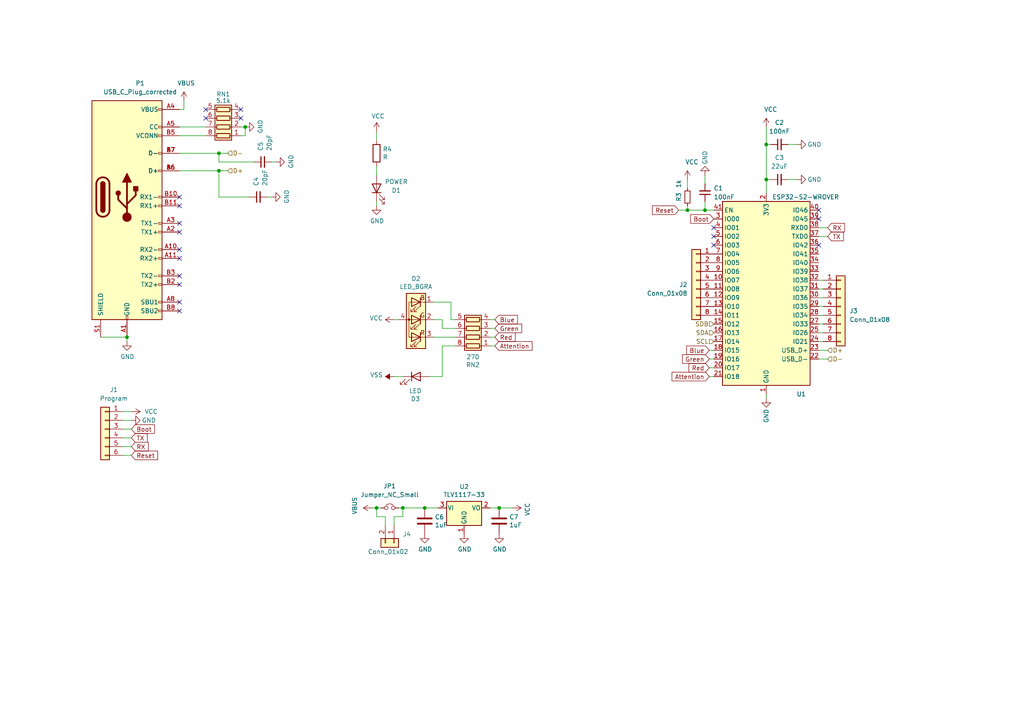
<source format=kicad_sch>
(kicad_sch (version 20210126) (generator eeschema)
  (paper "A4")
  (lib_symbols
    (symbol "BadgePirates:USB_C_Plug_corrected" (pin_names (offset 1.016))
      (property "Reference" "P" (at -10.16 29.21 0))
      (property "Value" "USB_C_Plug_corrected" (at 10.16 29.21 0))
      (symbol "USB_C_Plug_corrected_0_0"
        (rectangle (start -0.254 -35.56) (end 0.254 -34.544))
        (rectangle (start 10.16 -32.766) (end 9.144 -33.274))
        (rectangle (start 10.16 -30.226) (end 9.144 -30.734))
        (rectangle (start 10.16 -25.146) (end 9.144 -25.654))
        (rectangle (start 10.16 -22.606) (end 9.144 -23.114))
        (rectangle (start 10.16 -17.526) (end 9.144 -18.034))
        (rectangle (start 10.16 -14.986) (end 9.144 -15.494))
        (rectangle (start 10.16 -9.906) (end 9.144 -10.414))
        (rectangle (start 10.16 -7.366) (end 9.144 -7.874))
        (rectangle (start 10.16 -2.286) (end 9.144 -2.794))
        (rectangle (start 10.16 0.254) (end 9.144 -0.254))
        (rectangle (start 10.16 7.874) (end 9.144 7.366))
        (rectangle (start 10.16 12.954) (end 9.144 12.446))
        (rectangle (start 10.16 18.034) (end 9.144 17.526))
        (rectangle (start 10.16 20.574) (end 9.144 20.066))
        (rectangle (start 10.16 25.654) (end 9.144 25.146))
      )
      (symbol "USB_C_Plug_corrected_0_1"
        (arc (start -7.62 -3.81) (end -6.35 -3.81) (radius (at -6.985 -3.81) (length 0.635) (angles -179.9 -0.1)) (stroke (width 0.254)) (fill (type outline)))
        (arc (start -8.89 -3.81) (end -5.08 -3.81) (radius (at -6.985 -3.81) (length 1.905) (angles -179.9 -0.1)) (stroke (width 0.508)))
        (arc (start -7.62 -3.81) (end -6.35 -3.81) (radius (at -6.985 -3.81) (length 0.635) (angles -179.9 -0.1)) (stroke (width 0.254)))
        (arc (start -5.08 3.81) (end -8.89 3.81) (radius (at -6.985 3.81) (length 1.905) (angles 0.1 179.9)) (stroke (width 0.508)))
        (arc (start -6.35 3.81) (end -7.62 3.81) (radius (at -6.985 3.81) (length 0.635) (angles 0.1 179.9)) (stroke (width 0.254)) (fill (type outline)))
        (arc (start -6.35 3.81) (end -7.62 3.81) (radius (at -6.985 3.81) (length 0.635) (angles 0.1 179.9)) (stroke (width 0.254)))
        (rectangle (start -10.16 27.94) (end 10.16 -35.56) (stroke (width 0.254)) (fill (type background)))
        (rectangle (start -7.62 -3.81) (end -6.35 3.81) (stroke (width 0.254)) (fill (type outline)))
        (polyline (pts (xy -8.89 -3.81) (xy -8.89 3.81)) (stroke (width 0.508)))
        (polyline (pts (xy -5.08 3.81) (xy -5.08 -3.81)) (stroke (width 0.508)))
      )
      (symbol "USB_C_Plug_corrected_1_1"
        (circle (center -2.54 1.143) (radius 0.635) (stroke (width 0.254)) (fill (type outline)))
        (circle (center 0 -5.842) (radius 1.27) (fill (type outline)))
        (rectangle (start 1.905 1.778) (end 3.175 3.048) (stroke (width 0.254)) (fill (type outline)))
        (polyline (pts (xy 0 -5.842) (xy 0 4.318)) (stroke (width 0.508)))
        (polyline (pts (xy 0 -3.302) (xy -2.54 -0.762) (xy -2.54 0.508)) (stroke (width 0.508)))
        (polyline (pts (xy 0 -2.032) (xy 2.54 0.508) (xy 2.54 1.778)) (stroke (width 0.508)))
        (polyline (pts (xy -1.27 4.318) (xy 0 6.858) (xy 1.27 4.318) (xy -1.27 4.318)) (stroke (width 0.254)) (fill (type outline)))
        (pin passive line (at 0 -40.64 90) (length 5.08) (name "GND") (number "A1"))
        (pin bidirectional line (at 15.24 -15.24 180) (length 5.08) (name "RX2-") (number "A10"))
        (pin bidirectional line (at 15.24 -17.78 180) (length 5.08) (name "RX2+") (number "A11"))
        (pin passive line (at 0 -40.64 90) (length 5.08) hide (name "GND") (number "A12"))
        (pin bidirectional line (at 15.24 -10.16 180) (length 5.08) (name "TX1+") (number "A2"))
        (pin bidirectional line (at 15.24 -7.62 180) (length 5.08) (name "TX1-") (number "A3"))
        (pin passive line (at 15.24 25.4 180) (length 5.08) (name "VBUS") (number "A4"))
        (pin bidirectional line (at 15.24 20.32 180) (length 5.08) (name "CC") (number "A5"))
        (pin bidirectional line (at 15.24 7.62 180) (length 5.08) (name "D+") (number "A6"))
        (pin bidirectional line (at 15.24 12.7 180) (length 5.08) (name "D-") (number "A7"))
        (pin bidirectional line (at 15.24 -30.48 180) (length 5.08) (name "SBU1") (number "A8"))
        (pin passive line (at 15.24 25.4 180) (length 5.08) hide (name "VBUS") (number "A9"))
        (pin passive line (at 0 -40.64 90) (length 5.08) hide (name "GND") (number "B1"))
        (pin bidirectional line (at 15.24 0 180) (length 5.08) (name "RX1-") (number "B10"))
        (pin bidirectional line (at 15.24 -2.54 180) (length 5.08) (name "RX1+") (number "B11"))
        (pin passive line (at 0 -40.64 90) (length 5.08) hide (name "GND") (number "B12"))
        (pin bidirectional line (at 15.24 -25.4 180) (length 5.08) (name "TX2+") (number "B2"))
        (pin bidirectional line (at 15.24 -22.86 180) (length 5.08) (name "TX2-") (number "B3"))
        (pin passive line (at 15.24 25.4 180) (length 5.08) hide (name "VBUS") (number "B4"))
        (pin bidirectional line (at 15.24 17.78 180) (length 5.08) (name "VCONN") (number "B5"))
        (pin bidirectional line (at 15.24 -33.02 180) (length 5.08) (name "SBU2") (number "B8"))
        (pin passive line (at 15.24 25.4 180) (length 5.08) hide (name "VBUS") (number "B9"))
        (pin passive line (at -7.62 -40.64 90) (length 5.08) (name "SHIELD") (number "S1"))
        (pin bidirectional line (at 15.24 7.62 180) (length 5.08) (name "D+") (number "B6"))
        (pin bidirectional line (at 15.24 12.7 180) (length 5.08) (name "D-") (number "B7"))
      )
    )
    (symbol "Connector_Generic:Conn_01x02" (pin_names (offset 1.016) hide)
      (property "Reference" "J" (at 0 2.54 0))
      (property "Value" "Conn_01x02" (at 0 -5.08 0))
      (symbol "Conn_01x02_1_1"
        (rectangle (start -1.27 -2.413) (end 0 -2.667) (stroke (width 0.1524)))
        (rectangle (start -1.27 0.127) (end 0 -0.127) (stroke (width 0.1524)))
        (rectangle (start -1.27 1.27) (end 1.27 -3.81) (stroke (width 0.254)) (fill (type background)))
        (pin passive line (at -5.08 0 0) (length 3.81) (name "Pin_1") (number "1"))
        (pin passive line (at -5.08 -2.54 0) (length 3.81) (name "Pin_2") (number "2"))
      )
    )
    (symbol "Connector_Generic:Conn_01x06" (pin_names (offset 1.016) hide)
      (property "Reference" "J" (at 0 7.62 0))
      (property "Value" "Conn_01x06" (at 0 -10.16 0))
      (symbol "Conn_01x06_1_1"
        (rectangle (start -1.27 -4.953) (end 0 -5.207) (stroke (width 0.1524)))
        (rectangle (start -1.27 -7.493) (end 0 -7.747) (stroke (width 0.1524)))
        (rectangle (start -1.27 -2.413) (end 0 -2.667) (stroke (width 0.1524)))
        (rectangle (start -1.27 2.667) (end 0 2.413) (stroke (width 0.1524)))
        (rectangle (start -1.27 5.207) (end 0 4.953) (stroke (width 0.1524)))
        (rectangle (start -1.27 6.35) (end 1.27 -8.89) (stroke (width 0.254)) (fill (type background)))
        (rectangle (start -1.27 0.127) (end 0 -0.127) (stroke (width 0.1524)))
        (pin passive line (at -5.08 5.08 0) (length 3.81) (name "Pin_1") (number "1"))
        (pin passive line (at -5.08 2.54 0) (length 3.81) (name "Pin_2") (number "2"))
        (pin passive line (at -5.08 0 0) (length 3.81) (name "Pin_3") (number "3"))
        (pin passive line (at -5.08 -2.54 0) (length 3.81) (name "Pin_4") (number "4"))
        (pin passive line (at -5.08 -5.08 0) (length 3.81) (name "Pin_5") (number "5"))
        (pin passive line (at -5.08 -7.62 0) (length 3.81) (name "Pin_6") (number "6"))
      )
    )
    (symbol "Connector_Generic:Conn_01x08" (pin_names (offset 1.016) hide)
      (property "Reference" "J" (at 0 10.16 0))
      (property "Value" "Conn_01x08" (at 0 -12.7 0))
      (symbol "Conn_01x08_1_1"
        (rectangle (start -1.27 -4.953) (end 0 -5.207) (stroke (width 0.1524)))
        (rectangle (start -1.27 -7.493) (end 0 -7.747) (stroke (width 0.1524)))
        (rectangle (start -1.27 -10.033) (end 0 -10.287) (stroke (width 0.1524)))
        (rectangle (start -1.27 -2.413) (end 0 -2.667) (stroke (width 0.1524)))
        (rectangle (start -1.27 2.667) (end 0 2.413) (stroke (width 0.1524)))
        (rectangle (start -1.27 5.207) (end 0 4.953) (stroke (width 0.1524)))
        (rectangle (start -1.27 7.747) (end 0 7.493) (stroke (width 0.1524)))
        (rectangle (start -1.27 8.89) (end 1.27 -11.43) (stroke (width 0.254)) (fill (type background)))
        (rectangle (start -1.27 0.127) (end 0 -0.127) (stroke (width 0.1524)))
        (pin passive line (at -5.08 7.62 0) (length 3.81) (name "Pin_1") (number "1"))
        (pin passive line (at -5.08 5.08 0) (length 3.81) (name "Pin_2") (number "2"))
        (pin passive line (at -5.08 2.54 0) (length 3.81) (name "Pin_3") (number "3"))
        (pin passive line (at -5.08 0 0) (length 3.81) (name "Pin_4") (number "4"))
        (pin passive line (at -5.08 -2.54 0) (length 3.81) (name "Pin_5") (number "5"))
        (pin passive line (at -5.08 -5.08 0) (length 3.81) (name "Pin_6") (number "6"))
        (pin passive line (at -5.08 -7.62 0) (length 3.81) (name "Pin_7") (number "7"))
        (pin passive line (at -5.08 -10.16 0) (length 3.81) (name "Pin_8") (number "8"))
      )
    )
    (symbol "Device:C" (pin_numbers hide) (pin_names (offset 0.254))
      (property "Reference" "C" (at 0.635 2.54 0))
      (property "Value" "C" (at 0.635 -2.54 0))
      (symbol "C_0_1"
        (polyline (pts (xy -2.032 -0.762) (xy 2.032 -0.762)) (stroke (width 0.508)))
        (polyline (pts (xy -2.032 0.762) (xy 2.032 0.762)) (stroke (width 0.508)))
      )
      (symbol "C_1_1"
        (pin passive line (at 0 3.81 270) (length 2.794) (name "~") (number "1"))
        (pin passive line (at 0 -3.81 90) (length 2.794) (name "~") (number "2"))
      )
    )
    (symbol "Device:C_Small" (pin_numbers hide) (pin_names (offset 0.254) hide)
      (property "Reference" "C" (at 0.254 1.778 0))
      (property "Value" "C_Small" (at 0.254 -2.032 0))
      (symbol "C_Small_0_1"
        (polyline (pts (xy -1.524 -0.508) (xy 1.524 -0.508)) (stroke (width 0.3302)))
        (polyline (pts (xy -1.524 0.508) (xy 1.524 0.508)) (stroke (width 0.3048)))
      )
      (symbol "C_Small_1_1"
        (pin passive line (at 0 2.54 270) (length 2.032) (name "~") (number "1"))
        (pin passive line (at 0 -2.54 90) (length 2.032) (name "~") (number "2"))
      )
    )
    (symbol "Device:Jumper_NC_Small" (pin_numbers hide) (pin_names (offset 0.762) hide)
      (property "Reference" "JP" (at 0 2.032 0))
      (property "Value" "Jumper_NC_Small" (at 0.254 -1.524 0))
      (symbol "Jumper_NC_Small_0_1"
        (arc (start 1.016 0.762) (end -1.016 0.762) (radius (at 0 -0.254) (length 1.4478) (angles 45 135)))
        (circle (center -1.016 0) (radius 0.508))
        (circle (center 1.016 0) (radius 0.508))
        (pin passive line (at -2.54 0 0) (length 1.016) (name "1") (number "1"))
        (pin passive line (at 2.54 0 180) (length 1.016) (name "2") (number "2"))
      )
    )
    (symbol "Device:LED" (pin_numbers hide) (pin_names (offset 1.016) hide)
      (property "Reference" "D" (at 0 2.54 0))
      (property "Value" "LED" (at 0 -2.54 0))
      (symbol "LED_0_1"
        (polyline (pts (xy -1.27 -1.27) (xy -1.27 1.27)) (stroke (width 0.254)))
        (polyline (pts (xy -1.27 0) (xy 1.27 0)))
        (polyline (pts (xy 1.27 -1.27) (xy 1.27 1.27) (xy -1.27 0) (xy 1.27 -1.27)) (stroke (width 0.254)))
        (polyline (pts (xy -3.048 -0.762) (xy -4.572 -2.286) (xy -3.81 -2.286) (xy -4.572 -2.286) (xy -4.572 -1.524)))
        (polyline (pts (xy -1.778 -0.762) (xy -3.302 -2.286) (xy -2.54 -2.286) (xy -3.302 -2.286) (xy -3.302 -1.524)))
      )
      (symbol "LED_1_1"
        (pin passive line (at -3.81 0 0) (length 2.54) (name "K") (number "1"))
        (pin passive line (at 3.81 0 180) (length 2.54) (name "A") (number "2"))
      )
    )
    (symbol "Device:LED_BGRA" (pin_names (offset 0) hide)
      (property "Reference" "D" (at 0 9.398 0))
      (property "Value" "LED_BGRA" (at 0 -8.89 0))
      (symbol "LED_BGRA_0_0"
        (text "B" (at -1.905 -6.35 0) (effects (font (size 1.27 1.27))))
        (text "G" (at -1.905 -1.27 0) (effects (font (size 1.27 1.27))))
        (text "R" (at -1.905 3.81 0) (effects (font (size 1.27 1.27))))
      )
      (symbol "LED_BGRA_0_1"
        (circle (center 2.032 0) (radius 0.254) (fill (type outline)))
        (rectangle (start 1.27 -1.27) (end 1.27 1.27))
        (rectangle (start 1.27 1.27) (end 1.27 1.27))
        (rectangle (start 1.27 3.81) (end 1.27 6.35))
        (rectangle (start 1.27 6.35) (end 1.27 6.35))
        (rectangle (start 2.794 8.382) (end -2.794 -7.62) (stroke (width 0.254)) (fill (type background)))
        (polyline (pts (xy -1.27 -5.08) (xy -2.54 -5.08)))
        (polyline (pts (xy -1.27 -5.08) (xy 1.27 -5.08)))
        (polyline (pts (xy -1.27 -3.81) (xy -1.27 -6.35)) (stroke (width 0.254)))
        (polyline (pts (xy -1.27 0) (xy -2.54 0)))
        (polyline (pts (xy -1.27 1.27) (xy -1.27 -1.27)) (stroke (width 0.254)))
        (polyline (pts (xy -1.27 5.08) (xy -2.54 5.08)))
        (polyline (pts (xy -1.27 5.08) (xy 1.27 5.08)))
        (polyline (pts (xy -1.27 6.35) (xy -1.27 3.81)) (stroke (width 0.254)))
        (polyline (pts (xy 1.27 0) (xy -1.27 0)))
        (polyline (pts (xy 1.27 0) (xy 2.54 0)))
        (polyline (pts (xy -1.27 1.27) (xy -1.27 -1.27) (xy -1.27 -1.27)))
        (polyline (pts (xy -1.27 6.35) (xy -1.27 3.81) (xy -1.27 3.81)))
        (polyline (pts (xy 1.27 -5.08) (xy 2.032 -5.08) (xy 2.032 5.08) (xy 1.27 5.08)))
        (polyline (pts (xy 1.27 -3.81) (xy 1.27 -6.35) (xy -1.27 -5.08) (xy 1.27 -3.81)) (stroke (width 0.254)))
        (polyline (pts (xy 1.27 1.27) (xy 1.27 -1.27) (xy -1.27 0) (xy 1.27 1.27)) (stroke (width 0.254)))
        (polyline (pts (xy 1.27 6.35) (xy 1.27 3.81) (xy -1.27 5.08) (xy 1.27 6.35)) (stroke (width 0.254)))
        (polyline (pts (xy -1.016 -3.81) (xy 0.508 -2.286) (xy -0.254 -2.286) (xy 0.508 -2.286) (xy 0.508 -3.048)))
        (polyline (pts (xy -1.016 1.27) (xy 0.508 2.794) (xy -0.254 2.794) (xy 0.508 2.794) (xy 0.508 2.032)))
        (polyline (pts (xy -1.016 6.35) (xy 0.508 7.874) (xy -0.254 7.874) (xy 0.508 7.874) (xy 0.508 7.112)))
        (polyline (pts (xy 0 -3.81) (xy 1.524 -2.286) (xy 0.762 -2.286) (xy 1.524 -2.286) (xy 1.524 -3.048)))
        (polyline (pts (xy 0 1.27) (xy 1.524 2.794) (xy 0.762 2.794) (xy 1.524 2.794) (xy 1.524 2.032)))
        (polyline (pts (xy 0 6.35) (xy 1.524 7.874) (xy 0.762 7.874) (xy 1.524 7.874) (xy 1.524 7.112)))
      )
      (symbol "LED_BGRA_1_1"
        (pin passive line (at -5.08 -5.08 0) (length 2.54) (name "BK") (number "1"))
        (pin passive line (at -5.08 0 0) (length 2.54) (name "GK") (number "2"))
        (pin passive line (at -5.08 5.08 0) (length 2.54) (name "RK") (number "3"))
        (pin passive line (at 5.08 0 180) (length 2.54) (name "A") (number "4"))
      )
    )
    (symbol "Device:R" (pin_numbers hide) (pin_names (offset 0))
      (property "Reference" "R" (at 2.032 0 90))
      (property "Value" "R" (at 0 0 90))
      (symbol "R_0_1"
        (rectangle (start -1.016 -2.54) (end 1.016 2.54) (stroke (width 0.254)))
      )
      (symbol "R_1_1"
        (pin passive line (at 0 3.81 270) (length 1.27) (name "~") (number "1"))
        (pin passive line (at 0 -3.81 90) (length 1.27) (name "~") (number "2"))
      )
    )
    (symbol "Device:R_Pack04" (pin_names (offset 0) hide)
      (property "Reference" "RN" (at -7.62 0 90))
      (property "Value" "R_Pack04" (at 5.08 0 90))
      (symbol "R_Pack04_0_1"
        (rectangle (start -6.35 -2.413) (end 3.81 2.413) (stroke (width 0.254)) (fill (type background)))
        (rectangle (start -5.715 1.905) (end -4.445 -1.905) (stroke (width 0.254)))
        (rectangle (start -3.175 1.905) (end -1.905 -1.905) (stroke (width 0.254)))
        (rectangle (start -0.635 1.905) (end 0.635 -1.905) (stroke (width 0.254)))
        (rectangle (start 1.905 1.905) (end 3.175 -1.905) (stroke (width 0.254)))
        (polyline (pts (xy -5.08 -2.54) (xy -5.08 -1.905)))
        (polyline (pts (xy -5.08 1.905) (xy -5.08 2.54)))
        (polyline (pts (xy -2.54 -2.54) (xy -2.54 -1.905)))
        (polyline (pts (xy -2.54 1.905) (xy -2.54 2.54)))
        (polyline (pts (xy 0 -2.54) (xy 0 -1.905)))
        (polyline (pts (xy 0 1.905) (xy 0 2.54)))
        (polyline (pts (xy 2.54 -2.54) (xy 2.54 -1.905)))
        (polyline (pts (xy 2.54 1.905) (xy 2.54 2.54)))
      )
      (symbol "R_Pack04_1_1"
        (pin passive line (at -5.08 -5.08 90) (length 2.54) (name "R1.1") (number "1"))
        (pin passive line (at -2.54 -5.08 90) (length 2.54) (name "R2.1") (number "2"))
        (pin passive line (at 0 -5.08 90) (length 2.54) (name "R3.1") (number "3"))
        (pin passive line (at 2.54 -5.08 90) (length 2.54) (name "R4.1") (number "4"))
        (pin passive line (at 2.54 5.08 270) (length 2.54) (name "R4.2") (number "5"))
        (pin passive line (at 0 5.08 270) (length 2.54) (name "R3.2") (number "6"))
        (pin passive line (at -2.54 5.08 270) (length 2.54) (name "R2.2") (number "7"))
        (pin passive line (at -5.08 5.08 270) (length 2.54) (name "R1.2") (number "8"))
      )
    )
    (symbol "Device:R_Small" (pin_numbers hide) (pin_names (offset 0.254) hide)
      (property "Reference" "R" (at 0.762 0.508 0))
      (property "Value" "R_Small" (at 0.762 -1.016 0))
      (symbol "R_Small_0_1"
        (rectangle (start -0.762 1.778) (end 0.762 -1.778) (stroke (width 0.2032)))
      )
      (symbol "R_Small_1_1"
        (pin passive line (at 0 2.54 270) (length 0.762) (name "~") (number "1"))
        (pin passive line (at 0 -2.54 90) (length 0.762) (name "~") (number "2"))
      )
    )
    (symbol "RF_Module:ESP32-S2-WROVER"
      (property "Reference" "U" (at -12.7 29.21 0))
      (property "Value" "ESP32-S2-WROVER" (at 2.54 29.21 0))
      (symbol "ESP32-S2-WROVER_0_1"
        (rectangle (start -12.7 27.94) (end 12.7 -25.4) (stroke (width 0.254)) (fill (type background)))
      )
      (symbol "ESP32-S2-WROVER_1_1"
        (pin power_in line (at 0 -27.94 90) (length 2.54) (name "GND") (number "1"))
        (pin bidirectional line (at -15.24 5.08 0) (length 2.54) (name "IO07") (number "10"))
        (pin bidirectional line (at -15.24 2.54 0) (length 2.54) (name "IO08") (number "11"))
        (pin bidirectional line (at -15.24 0 0) (length 2.54) (name "IO09") (number "12"))
        (pin bidirectional line (at -15.24 -2.54 0) (length 2.54) (name "IO10") (number "13"))
        (pin bidirectional line (at -15.24 -5.08 0) (length 2.54) (name "IO11") (number "14"))
        (pin bidirectional line (at -15.24 -7.62 0) (length 2.54) (name "IO12") (number "15"))
        (pin bidirectional line (at -15.24 -10.16 0) (length 2.54) (name "IO13") (number "16"))
        (pin bidirectional line (at -15.24 -12.7 0) (length 2.54) (name "IO14") (number "17"))
        (pin bidirectional line (at -15.24 -15.24 0) (length 2.54) (name "IO15") (number "18"))
        (pin bidirectional line (at -15.24 -17.78 0) (length 2.54) (name "IO16") (number "19"))
        (pin power_in line (at 0 30.48 270) (length 2.54) (name "3V3") (number "2"))
        (pin bidirectional line (at -15.24 -20.32 0) (length 2.54) (name "IO17") (number "20"))
        (pin bidirectional line (at -15.24 -22.86 0) (length 2.54) (name "IO18") (number "21"))
        (pin bidirectional line (at 15.24 -17.78 180) (length 2.54) (name "USB_D-") (number "22"))
        (pin bidirectional line (at 15.24 -15.24 180) (length 2.54) (name "USB_D+") (number "23"))
        (pin bidirectional line (at 15.24 -12.7 180) (length 2.54) (name "IO21") (number "24"))
        (pin bidirectional line (at 15.24 -10.16 180) (length 2.54) (name "IO26") (number "25"))
        (pin passive line (at 0 -27.94 90) (length 2.54) hide (name "GND") (number "26"))
        (pin bidirectional line (at 15.24 -7.62 180) (length 2.54) (name "IO33") (number "27"))
        (pin bidirectional line (at 15.24 -5.08 180) (length 2.54) (name "IO34") (number "28"))
        (pin bidirectional line (at 15.24 -2.54 180) (length 2.54) (name "IO35") (number "29"))
        (pin bidirectional line (at -15.24 22.86 0) (length 2.54) (name "IO00") (number "3"))
        (pin bidirectional line (at 15.24 0 180) (length 2.54) (name "IO36") (number "30"))
        (pin bidirectional line (at 15.24 2.54 180) (length 2.54) (name "IO37") (number "31"))
        (pin bidirectional line (at 15.24 5.08 180) (length 2.54) (name "IO38") (number "32"))
        (pin bidirectional line (at 15.24 7.62 180) (length 2.54) (name "IO39") (number "33"))
        (pin bidirectional line (at 15.24 10.16 180) (length 2.54) (name "IO40") (number "34"))
        (pin bidirectional line (at 15.24 12.7 180) (length 2.54) (name "IO41") (number "35"))
        (pin bidirectional line (at 15.24 15.24 180) (length 2.54) (name "IO42") (number "36"))
        (pin bidirectional line (at 15.24 17.78 180) (length 2.54) (name "TXD0") (number "37"))
        (pin bidirectional line (at 15.24 20.32 180) (length 2.54) (name "RXD0") (number "38"))
        (pin bidirectional line (at 15.24 22.86 180) (length 2.54) (name "IO45") (number "39"))
        (pin bidirectional line (at -15.24 20.32 0) (length 2.54) (name "IO01") (number "4"))
        (pin input line (at 15.24 25.4 180) (length 2.54) (name "IO46") (number "40"))
        (pin input line (at -15.24 25.4 0) (length 2.54) (name "EN") (number "41"))
        (pin passive line (at 0 -27.94 90) (length 2.54) hide (name "GND") (number "42"))
        (pin passive line (at 0 -27.94 90) (length 2.54) hide (name "GND") (number "43"))
        (pin bidirectional line (at -15.24 17.78 0) (length 2.54) (name "IO02") (number "5"))
        (pin bidirectional line (at -15.24 15.24 0) (length 2.54) (name "IO03") (number "6"))
        (pin bidirectional line (at -15.24 12.7 0) (length 2.54) (name "IO04") (number "7"))
        (pin bidirectional line (at -15.24 10.16 0) (length 2.54) (name "IO05") (number "8"))
        (pin bidirectional line (at -15.24 7.62 0) (length 2.54) (name "IO06") (number "9"))
      )
    )
    (symbol "Regulator_Linear:TLV1117-33" (pin_names (offset 0.254))
      (property "Reference" "U" (at -3.81 3.175 0))
      (property "Value" "TLV1117-33" (at 0 3.175 0))
      (symbol "TLV1117-33_0_1"
        (rectangle (start -5.08 -5.08) (end 5.08 1.905) (stroke (width 0.254)) (fill (type background)))
      )
      (symbol "TLV1117-33_1_1"
        (pin power_in line (at 0 -7.62 90) (length 2.54) (name "GND") (number "1"))
        (pin power_out line (at 7.62 0 180) (length 2.54) (name "VO") (number "2"))
        (pin power_in line (at -7.62 0 0) (length 2.54) (name "VI") (number "3"))
      )
    )
    (symbol "power:GND" (power) (pin_names (offset 0))
      (property "Value" "GND" (at 0 -3.81 0))
      (symbol "GND_0_1"
        (polyline (pts (xy 0 0) (xy 0 -1.27) (xy 1.27 -1.27) (xy 0 -2.54) (xy -1.27 -1.27) (xy 0 -1.27)))
      )
      (symbol "GND_1_1"
        (pin power_in line (at 0 0 270) (length 0) hide (name "GND") (number "1"))
      )
    )
    (symbol "power:VBUS" (power) (pin_names (offset 0))
      (property "Value" "VBUS" (at 0 3.81 0))
      (symbol "VBUS_0_1"
        (polyline (pts (xy -0.762 1.27) (xy 0 2.54)))
        (polyline (pts (xy 0 0) (xy 0 2.54)))
        (polyline (pts (xy 0 2.54) (xy 0.762 1.27)))
      )
      (symbol "VBUS_1_1"
        (pin power_in line (at 0 0 90) (length 0) hide (name "VBUS") (number "1"))
      )
    )
    (symbol "power:VCC" (power) (pin_names (offset 0))
      (property "Value" "VCC" (at 0 3.81 0))
      (symbol "VCC_0_1"
        (polyline (pts (xy -0.762 1.27) (xy 0 2.54)))
        (polyline (pts (xy 0 0) (xy 0 2.54)))
        (polyline (pts (xy 0 2.54) (xy 0.762 1.27)))
      )
      (symbol "VCC_1_1"
        (pin power_in line (at 0 0 90) (length 0) hide (name "VCC") (number "1"))
      )
    )
    (symbol "power:VSS" (power) (pin_names (offset 0))
      (property "Value" "VSS" (at 0 3.81 0))
      (symbol "VSS_0_1"
        (polyline (pts (xy 0 0) (xy 0 2.54)))
        (polyline (pts (xy 0.762 1.27) (xy -0.762 1.27) (xy 0 2.54) (xy 0.762 1.27)) (fill (type outline)))
      )
      (symbol "VSS_1_1"
        (pin power_in line (at 0 0 90) (length 0) hide (name "VSS") (number "1"))
      )
    )
  )
  (junction (at 36.83 97.79) (diameter 0.9144))
  (junction (at 63.5 44.45) (diameter 0.9144))
  (junction (at 63.5 49.53) (diameter 0.9144))
  (junction (at 71.12 36.83) (diameter 0.9144))
  (junction (at 109.22 147.32) (diameter 0.9144))
  (junction (at 116.84 147.32) (diameter 0.9144))
  (junction (at 123.19 147.32) (diameter 0.9144))
  (junction (at 144.78 147.32) (diameter 0.9144))
  (junction (at 199.39 60.96) (diameter 0.9144))
  (junction (at 204.47 60.96) (diameter 0.9144))
  (junction (at 222.25 41.91) (diameter 0.9144))
  (junction (at 222.25 52.07) (diameter 0.9144))
  (no_connect (at 52.07 57.15))
  (no_connect (at 52.07 59.69))
  (no_connect (at 52.07 64.77))
  (no_connect (at 52.07 67.31))
  (no_connect (at 52.07 72.39))
  (no_connect (at 52.07 74.93))
  (no_connect (at 52.07 80.01))
  (no_connect (at 52.07 82.55))
  (no_connect (at 52.07 87.63))
  (no_connect (at 52.07 90.17))
  (no_connect (at 59.69 31.75))
  (no_connect (at 59.69 34.29))
  (no_connect (at 69.85 31.75))
  (no_connect (at 69.85 34.29))
  (no_connect (at 207.01 66.04))
  (no_connect (at 207.01 68.58))
  (no_connect (at 207.01 71.12))
  (no_connect (at 237.49 60.96))
  (no_connect (at 237.49 63.5))
  (no_connect (at 237.49 71.12))
  (wire (pts (xy 29.21 97.79) (xy 36.83 97.79)))
  (wire (pts (xy 35.56 119.38) (xy 38.1 119.38)))
  (wire (pts (xy 35.56 121.92) (xy 38.1 121.92)))
  (wire (pts (xy 35.56 124.46) (xy 38.1 124.46)))
  (wire (pts (xy 35.56 127) (xy 38.1 127)))
  (wire (pts (xy 35.56 129.54) (xy 38.1 129.54)))
  (wire (pts (xy 35.56 132.08) (xy 38.1 132.08)))
  (wire (pts (xy 36.83 97.79) (xy 36.83 99.06)))
  (wire (pts (xy 52.07 36.83) (xy 59.69 36.83)))
  (wire (pts (xy 52.07 39.37) (xy 59.69 39.37)))
  (wire (pts (xy 52.07 44.45) (xy 63.5 44.45)))
  (wire (pts (xy 52.07 49.53) (xy 63.5 49.53)))
  (wire (pts (xy 53.34 29.21) (xy 53.34 31.75)))
  (wire (pts (xy 53.34 31.75) (xy 52.07 31.75)))
  (wire (pts (xy 63.5 44.45) (xy 66.04 44.45)))
  (wire (pts (xy 63.5 46.99) (xy 63.5 44.45)))
  (wire (pts (xy 63.5 49.53) (xy 66.04 49.53)))
  (wire (pts (xy 63.5 57.15) (xy 63.5 49.53)))
  (wire (pts (xy 69.85 36.83) (xy 71.12 36.83)))
  (wire (pts (xy 69.85 39.37) (xy 71.12 39.37)))
  (wire (pts (xy 71.12 36.83) (xy 71.12 39.37)))
  (wire (pts (xy 72.39 57.15) (xy 63.5 57.15)))
  (wire (pts (xy 73.66 46.99) (xy 63.5 46.99)))
  (wire (pts (xy 77.47 57.15) (xy 78.74 57.15)))
  (wire (pts (xy 78.74 46.99) (xy 80.01 46.99)))
  (wire (pts (xy 107.95 147.32) (xy 109.22 147.32)))
  (wire (pts (xy 109.22 38.1) (xy 109.22 40.64)))
  (wire (pts (xy 109.22 48.26) (xy 109.22 50.8)))
  (wire (pts (xy 109.22 58.42) (xy 109.22 59.69)))
  (wire (pts (xy 109.22 147.32) (xy 110.49 147.32)))
  (wire (pts (xy 109.22 149.86) (xy 109.22 147.32)))
  (wire (pts (xy 111.76 149.86) (xy 109.22 149.86)))
  (wire (pts (xy 111.76 149.86) (xy 111.76 152.4)))
  (wire (pts (xy 114.3 109.22) (xy 116.84 109.22)))
  (wire (pts (xy 114.3 149.86) (xy 116.84 149.86)))
  (wire (pts (xy 114.3 152.4) (xy 114.3 149.86)))
  (wire (pts (xy 115.57 92.71) (xy 114.3 92.71)))
  (wire (pts (xy 115.57 147.32) (xy 116.84 147.32)))
  (wire (pts (xy 116.84 147.32) (xy 123.19 147.32)))
  (wire (pts (xy 116.84 149.86) (xy 116.84 147.32)))
  (wire (pts (xy 127 147.32) (xy 123.19 147.32)))
  (wire (pts (xy 128.27 92.71) (xy 125.73 92.71)))
  (wire (pts (xy 128.27 95.25) (xy 128.27 92.71)))
  (wire (pts (xy 128.27 100.33) (xy 128.27 109.22)))
  (wire (pts (xy 128.27 109.22) (xy 124.46 109.22)))
  (wire (pts (xy 130.81 87.63) (xy 125.73 87.63)))
  (wire (pts (xy 130.81 92.71) (xy 130.81 87.63)))
  (wire (pts (xy 132.08 92.71) (xy 130.81 92.71)))
  (wire (pts (xy 132.08 95.25) (xy 128.27 95.25)))
  (wire (pts (xy 132.08 97.79) (xy 125.73 97.79)))
  (wire (pts (xy 132.08 100.33) (xy 128.27 100.33)))
  (wire (pts (xy 142.24 92.71) (xy 143.51 92.71)))
  (wire (pts (xy 142.24 97.79) (xy 143.51 97.79)))
  (wire (pts (xy 142.24 147.32) (xy 144.78 147.32)))
  (wire (pts (xy 143.51 95.25) (xy 142.24 95.25)))
  (wire (pts (xy 143.51 100.33) (xy 142.24 100.33)))
  (wire (pts (xy 144.78 147.32) (xy 148.59 147.32)))
  (wire (pts (xy 196.85 60.96) (xy 199.39 60.96)))
  (wire (pts (xy 199.39 52.07) (xy 199.39 54.61)))
  (wire (pts (xy 199.39 59.69) (xy 199.39 60.96)))
  (wire (pts (xy 199.39 60.96) (xy 204.47 60.96)))
  (wire (pts (xy 204.47 50.8) (xy 204.47 53.34)))
  (wire (pts (xy 204.47 58.42) (xy 204.47 60.96)))
  (wire (pts (xy 204.47 60.96) (xy 207.01 60.96)))
  (wire (pts (xy 205.74 104.14) (xy 207.01 104.14)))
  (wire (pts (xy 205.74 109.22) (xy 207.01 109.22)))
  (wire (pts (xy 207.01 101.6) (xy 205.74 101.6)))
  (wire (pts (xy 207.01 106.68) (xy 205.74 106.68)))
  (wire (pts (xy 222.25 36.83) (xy 222.25 41.91)))
  (wire (pts (xy 222.25 41.91) (xy 222.25 52.07)))
  (wire (pts (xy 222.25 41.91) (xy 223.52 41.91)))
  (wire (pts (xy 222.25 52.07) (xy 222.25 55.88)))
  (wire (pts (xy 222.25 52.07) (xy 223.52 52.07)))
  (wire (pts (xy 222.25 114.3) (xy 222.25 115.57)))
  (wire (pts (xy 228.6 41.91) (xy 231.14 41.91)))
  (wire (pts (xy 228.6 52.07) (xy 231.14 52.07)))
  (wire (pts (xy 237.49 66.04) (xy 240.03 66.04)))
  (wire (pts (xy 237.49 68.58) (xy 240.03 68.58)))
  (wire (pts (xy 237.49 81.28) (xy 238.76 81.28)))
  (wire (pts (xy 237.49 83.82) (xy 238.76 83.82)))
  (wire (pts (xy 237.49 86.36) (xy 238.76 86.36)))
  (wire (pts (xy 237.49 88.9) (xy 238.76 88.9)))
  (wire (pts (xy 237.49 91.44) (xy 238.76 91.44)))
  (wire (pts (xy 237.49 93.98) (xy 238.76 93.98)))
  (wire (pts (xy 237.49 96.52) (xy 238.76 96.52)))
  (wire (pts (xy 237.49 99.06) (xy 238.76 99.06)))
  (wire (pts (xy 240.03 101.6) (xy 237.49 101.6)))
  (wire (pts (xy 240.03 104.14) (xy 237.49 104.14)))
  (global_label "Boot" (shape input) (at 38.1 124.46 0) (property "Intersheet References" "${INTERSHEET_REFS}" (effects hide)))
  (global_label "TX" (shape input) (at 38.1 127 0) (property "Intersheet References" "${INTERSHEET_REFS}" (effects hide)))
  (global_label "RX" (shape input) (at 38.1 129.54 0) (property "Intersheet References" "${INTERSHEET_REFS}" (effects hide)))
  (global_label "Reset" (shape input) (at 38.1 132.08 0) (property "Intersheet References" "${INTERSHEET_REFS}" (effects hide)))
  (global_label "Blue" (shape input) (at 143.51 92.71 0) (property "Intersheet References" "${INTERSHEET_REFS}" (effects hide)))
  (global_label "Green" (shape input) (at 143.51 95.25 0) (property "Intersheet References" "${INTERSHEET_REFS}" (effects hide)))
  (global_label "Red" (shape input) (at 143.51 97.79 0) (property "Intersheet References" "${INTERSHEET_REFS}" (effects hide)))
  (global_label "Attention" (shape input) (at 143.51 100.33 0) (property "Intersheet References" "${INTERSHEET_REFS}" (effects hide)))
  (global_label "Reset" (shape input) (at 196.85 60.96 180) (property "Intersheet References" "${INTERSHEET_REFS}" (effects hide)))
  (global_label "Blue" (shape input) (at 205.74 101.6 180) (property "Intersheet References" "${INTERSHEET_REFS}" (effects hide)))
  (global_label "Green" (shape input) (at 205.74 104.14 180) (property "Intersheet References" "${INTERSHEET_REFS}" (effects hide)))
  (global_label "Red" (shape input) (at 205.74 106.68 180) (property "Intersheet References" "${INTERSHEET_REFS}" (effects hide)))
  (global_label "Attention" (shape input) (at 205.74 109.22 180) (property "Intersheet References" "${INTERSHEET_REFS}" (effects hide)))
  (global_label "Boot" (shape input) (at 207.01 63.5 180) (property "Intersheet References" "${INTERSHEET_REFS}" (effects hide)))
  (global_label "RX" (shape input) (at 240.03 66.04 0) (property "Intersheet References" "${INTERSHEET_REFS}" (effects hide)))
  (global_label "TX" (shape input) (at 240.03 68.58 0) (property "Intersheet References" "${INTERSHEET_REFS}" (effects hide)))
  (hierarchical_label "D-" (shape input) (at 66.04 44.45 0))
  (hierarchical_label "D+" (shape input) (at 66.04 49.53 0))
  (hierarchical_label "SDB" (shape input) (at 207.01 93.98 180))
  (hierarchical_label "SDA" (shape input) (at 207.01 96.52 180))
  (hierarchical_label "SCL" (shape input) (at 207.01 99.06 180))
  (hierarchical_label "D+" (shape input) (at 240.03 101.6 0))
  (hierarchical_label "D-" (shape input) (at 240.03 104.14 0))
  (symbol (lib_id "power:VCC") (at 38.1 119.38 270) (unit 1)
    (property "Reference" "#PWR01" (effects hide))
    (property "Value" "VCC" (at 41.91 119.38 90) (effects (justify left)))
  )
  (symbol (lib_id "power:VBUS") (at 53.34 29.21 0) (unit 1)
    (property "Reference" "#PWR012" (effects hide))
    (property "Value" "VBUS" (at 53.975 24.13 0))
  )
  (symbol (lib_id "power:VBUS") (at 107.95 147.32 90) (unit 1)
    (property "Reference" "#PWR018" (effects hide))
    (property "Value" "VBUS" (at 102.87 146.685 0))
  )
  (symbol (lib_id "power:VCC") (at 109.22 38.1 0) (unit 1)
    (property "Reference" "#PWR016" (effects hide))
    (property "Value" "VCC" (at 109.6518 33.7058 0))
  )
  (symbol (lib_id "power:VCC") (at 114.3 92.71 90) (unit 1)
    (property "Reference" "#PWR023" (effects hide))
    (property "Value" "VCC" (at 111.0488 92.2782 90) (effects (justify left)))
  )
  (symbol (lib_id "power:VSS") (at 114.3 109.22 90) (unit 1)
    (property "Reference" "#PWR024" (effects hide))
    (property "Value" "VSS" (at 111.0488 108.7628 90) (effects (justify left)))
  )
  (symbol (lib_id "power:VCC") (at 148.59 147.32 270) (unit 1)
    (property "Reference" "#PWR022" (effects hide))
    (property "Value" "VCC" (at 152.9842 147.7518 0))
  )
  (symbol (lib_id "power:VCC") (at 199.39 52.07 0) (unit 1)
    (property "Reference" "#PWR05" (effects hide))
    (property "Value" "VCC" (at 200.66 46.99 0))
  )
  (symbol (lib_id "power:VCC") (at 222.25 36.83 0) (unit 1)
    (property "Reference" "#PWR07" (effects hide))
    (property "Value" "VCC" (at 223.52 31.75 0))
  )
  (symbol (lib_id "power:GND") (at 36.83 99.06 0) (unit 1)
    (property "Reference" "#PWR011" (effects hide))
    (property "Value" "GND" (at 36.957 103.4542 0))
  )
  (symbol (lib_id "power:GND") (at 38.1 121.92 90) (unit 1)
    (property "Reference" "#PWR02" (effects hide))
    (property "Value" "GND" (at 43.18 121.92 90))
  )
  (symbol (lib_id "power:GND") (at 71.12 36.83 90) (unit 1)
    (property "Reference" "#PWR013" (effects hide))
    (property "Value" "GND" (at 75.5142 36.703 0))
  )
  (symbol (lib_id "power:GND") (at 78.74 57.15 90) (unit 1)
    (property "Reference" "#PWR014" (effects hide))
    (property "Value" "GND" (at 83.1342 57.023 0))
  )
  (symbol (lib_id "power:GND") (at 80.01 46.99 90) (unit 1)
    (property "Reference" "#PWR015" (effects hide))
    (property "Value" "GND" (at 84.4042 46.863 0))
  )
  (symbol (lib_id "power:GND") (at 109.22 59.69 0) (unit 1)
    (property "Reference" "#PWR017" (effects hide))
    (property "Value" "GND" (at 109.347 64.0842 0))
  )
  (symbol (lib_id "power:GND") (at 123.19 154.94 0) (unit 1)
    (property "Reference" "#PWR019" (effects hide))
    (property "Value" "GND" (at 123.317 159.3342 0))
  )
  (symbol (lib_id "power:GND") (at 134.62 154.94 0) (unit 1)
    (property "Reference" "#PWR020" (effects hide))
    (property "Value" "GND" (at 134.747 159.3342 0))
  )
  (symbol (lib_id "power:GND") (at 144.78 154.94 0) (unit 1)
    (property "Reference" "#PWR021" (effects hide))
    (property "Value" "GND" (at 144.907 159.3342 0))
  )
  (symbol (lib_id "power:GND") (at 204.47 50.8 180) (unit 1)
    (property "Reference" "#PWR06" (effects hide))
    (property "Value" "GND" (at 204.47 45.72 90))
  )
  (symbol (lib_id "power:GND") (at 222.25 115.57 0) (unit 1)
    (property "Reference" "#PWR08" (effects hide))
    (property "Value" "GND" (at 222.25 120.65 90))
  )
  (symbol (lib_id "power:GND") (at 231.14 41.91 90) (unit 1)
    (property "Reference" "#PWR09" (effects hide))
    (property "Value" "GND" (at 236.22 41.91 90))
  )
  (symbol (lib_id "power:GND") (at 231.14 52.07 90) (unit 1)
    (property "Reference" "#PWR010" (effects hide))
    (property "Value" "GND" (at 236.22 52.07 90))
  )
  (symbol (lib_id "Device:Jumper_NC_Small") (at 113.03 147.32 0) (unit 1)
    (property "Reference" "JP1" (at 113.03 140.97 0))
    (property "Value" "Jumper_NC_Small" (at 113.03 143.51 0))
    (property "Footprint" "Jumper:SolderJumper-2_P1.3mm_Bridged_RoundedPad1.0x1.5mm" (effects hide))
  )
  (symbol (lib_id "Device:R_Small") (at 199.39 57.15 180) (unit 1)
    (property "Reference" "R3" (at 196.85 57.15 90))
    (property "Value" "1k" (at 196.85 53.34 90))
    (property "Footprint" "Resistor_SMD:R_0805_2012Metric" (effects hide))
  )
  (symbol (lib_id "Device:R") (at 109.22 44.45 0) (unit 1)
    (property "Reference" "R4" (at 110.998 43.2816 0) (effects (justify left)))
    (property "Value" "R" (at 110.998 45.593 0) (effects (justify left)))
    (property "Footprint" "Resistor_SMD:R_0805_2012Metric" (effects hide))
  )
  (symbol (lib_id "Device:C_Small") (at 74.93 57.15 90) (unit 1)
    (property "Reference" "C4" (at 74.295 53.975 0) (effects (justify left)))
    (property "Value" "20pF" (at 76.835 53.975 0) (effects (justify left)))
    (property "Footprint" "Capacitor_SMD:C_0805_2012Metric" (effects hide))
  )
  (symbol (lib_id "Device:C_Small") (at 76.2 46.99 90) (unit 1)
    (property "Reference" "C5" (at 75.565 43.815 0) (effects (justify left)))
    (property "Value" "20pF" (at 78.105 43.815 0) (effects (justify left)))
    (property "Footprint" "Capacitor_SMD:C_0805_2012Metric" (effects hide))
  )
  (symbol (lib_id "Device:C_Small") (at 204.47 55.88 180) (unit 1)
    (property "Reference" "C1" (at 207.01 54.61 0) (effects (justify right)))
    (property "Value" "100nF" (at 207.01 57.15 0) (effects (justify right)))
    (property "Footprint" "Capacitor_SMD:C_0805_2012Metric" (effects hide))
  )
  (symbol (lib_id "Device:C_Small") (at 226.06 41.91 90) (unit 1)
    (property "Reference" "C2" (at 226.06 35.56 90))
    (property "Value" "100nF" (at 226.06 38.1 90))
    (property "Footprint" "Capacitor_SMD:C_0805_2012Metric" (effects hide))
  )
  (symbol (lib_id "Device:C_Small") (at 226.06 52.07 90) (unit 1)
    (property "Reference" "C3" (at 226.06 45.72 90))
    (property "Value" "22uF" (at 226.06 48.26 90))
    (property "Footprint" "Capacitor_SMD:C_0805_2012Metric" (effects hide))
  )
  (symbol (lib_id "Device:LED") (at 109.22 54.61 90) (unit 1)
    (property "Reference" "D1" (at 114.935 55.245 90))
    (property "Value" "POWER" (at 114.935 52.705 90))
    (property "Footprint" "LED_SMD:LED_0805_2012Metric" (effects hide))
  )
  (symbol (lib_id "Device:LED") (at 120.65 109.22 0) (unit 1)
    (property "Reference" "D3" (at 120.4722 115.697 0))
    (property "Value" "LED" (at 120.4722 113.3856 0))
    (property "Footprint" "LED_SMD:LED_0603_1608Metric" (effects hide))
  )
  (symbol (lib_id "Connector_Generic:Conn_01x02") (at 114.3 157.48 270) (unit 1)
    (property "Reference" "J4" (at 116.84 154.94 90) (effects (justify left)))
    (property "Value" "Conn_01x02" (at 106.68 160.02 90) (effects (justify left)))
    (property "Footprint" "Connector_PinHeader_1.00mm:PinHeader_1x02_P1.00mm_Vertical" (effects hide))
  )
  (symbol (lib_id "Device:C") (at 123.19 151.13 0) (unit 1)
    (property "Reference" "C6" (at 126.111 149.9616 0) (effects (justify left)))
    (property "Value" "1uF" (at 126.111 152.273 0) (effects (justify left)))
    (property "Footprint" "Capacitor_SMD:C_0805_2012Metric" (effects hide))
  )
  (symbol (lib_id "Device:C") (at 144.78 151.13 0) (unit 1)
    (property "Reference" "C7" (at 147.701 149.9616 0) (effects (justify left)))
    (property "Value" "1uF" (at 147.701 152.273 0) (effects (justify left)))
    (property "Footprint" "Capacitor_SMD:C_0805_2012Metric" (effects hide))
  )
  (symbol (lib_id "Connector_Generic:Conn_01x06") (at 30.48 124.46 0) (mirror y) (unit 1)
    (property "Reference" "J1" (at 33.02 113.03 0))
    (property "Value" "Program" (at 33.02 115.57 0))
    (property "Footprint" "Connector_PinHeader_2.54mm:PinHeader_1x06_P2.54mm_Vertical" (effects hide))
  )
  (symbol (lib_id "Device:R_Pack04") (at 64.77 34.29 90) (unit 1)
    (property "Reference" "RN1" (at 64.77 27.305 90))
    (property "Value" "5.1k" (at 64.77 29.21 90))
    (property "Footprint" "Resistor_SMD:R_Array_Convex_4x0603" (effects hide))
  )
  (symbol (lib_id "Device:R_Pack04") (at 137.16 95.25 90) (unit 1)
    (property "Reference" "RN2" (at 137.16 105.8418 90))
    (property "Value" "270" (at 137.16 103.5304 90))
    (property "Footprint" "Resistor_SMD:R_Array_Convex_4x0603" (effects hide))
  )
  (symbol (lib_id "Connector_Generic:Conn_01x08") (at 201.93 81.28 0) (mirror y) (unit 1)
    (property "Reference" "J2" (at 199.39 82.55 0) (effects (justify left)))
    (property "Value" "Conn_01x08" (at 199.39 85.09 0) (effects (justify left)))
    (property "Footprint" "Connector_PinHeader_2.54mm:PinHeader_1x08_P2.54mm_Vertical" (effects hide))
  )
  (symbol (lib_id "Connector_Generic:Conn_01x08") (at 243.84 88.9 0) (unit 1)
    (property "Reference" "J3" (at 246.38 90.17 0) (effects (justify left)))
    (property "Value" "Conn_01x08" (at 246.38 92.71 0) (effects (justify left)))
    (property "Footprint" "Connector_PinHeader_2.54mm:PinHeader_1x08_P2.54mm_Vertical" (effects hide))
  )
  (symbol (lib_id "Regulator_Linear:TLV1117-33") (at 134.62 147.32 0) (unit 1)
    (property "Reference" "U2" (at 134.62 141.1732 0))
    (property "Value" "TLV1117-33" (at 134.62 143.4846 0))
    (property "Footprint" "Package_TO_SOT_SMD:SOT-223-3_TabPin2" (effects hide))
    (property "Datasheet" "http://www.ti.com/lit/ds/symlink/tlv1117.pdf" (effects hide))
  )
  (symbol (lib_id "Device:LED_BGRA") (at 120.65 92.71 180) (unit 1)
    (property "Reference" "D2" (at 120.65 80.8482 0))
    (property "Value" "LED_BGRA" (at 120.65 83.1596 0))
    (property "Footprint" "Dragos:EKINGLUX-E6" (effects hide))
  )
  (symbol (lib_id "BadgePirates:USB_C_Plug_corrected") (at 36.83 57.15 0) (unit 1)
    (property "Reference" "P1" (at 40.64 24.13 0))
    (property "Value" "USB_C_Plug_corrected" (at 40.64 26.67 0))
    (property "Footprint" "BadgePirates:USB_C_Receptical-Jing" (effects hide))
    (property "Datasheet" "https://www.usb.org/sites/default/files/documents/usb_type-c.zip" (effects hide))
  )
  (symbol (lib_id "RF_Module:ESP32-S2-WROVER") (at 222.25 86.36 0) (unit 1)
    (property "Reference" "U1" (at 232.41 114.3 0))
    (property "Value" "ESP32-S2-WROVER" (at 233.68 57.15 0))
    (property "Footprint" "RF_Module:ESP32-S2-WROVER" (effects hide))
    (property "Datasheet" "https://www.espressif.com/sites/default/files/documentation/esp32-s2-wroom_esp32-s2-wroom-i_datasheet_en.pdf" (effects hide))
  )
)
</source>
